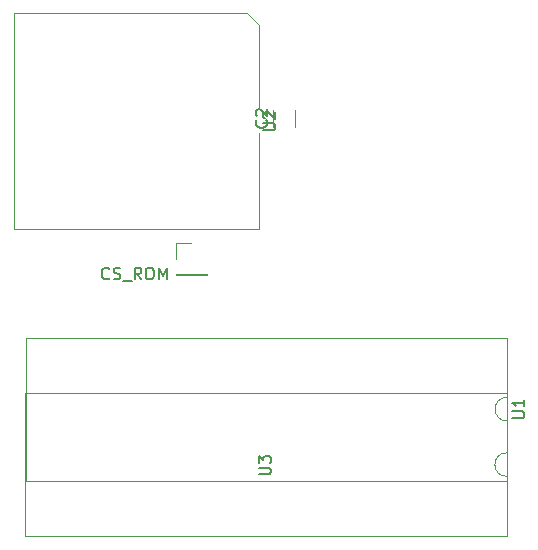
<source format=gbr>
%TF.GenerationSoftware,KiCad,Pcbnew,8.0.1-8.0.1-1~ubuntu22.04.1*%
%TF.CreationDate,2024-03-26T21:41:54+01:00*%
%TF.ProjectId,flash,666c6173-682e-46b6-9963-61645f706362,rev?*%
%TF.SameCoordinates,Original*%
%TF.FileFunction,Legend,Top*%
%TF.FilePolarity,Positive*%
%FSLAX46Y46*%
G04 Gerber Fmt 4.6, Leading zero omitted, Abs format (unit mm)*
G04 Created by KiCad (PCBNEW 8.0.1-8.0.1-1~ubuntu22.04.1) date 2024-03-26 21:41:54*
%MOMM*%
%LPD*%
G01*
G04 APERTURE LIST*
%ADD10C,0.150000*%
%ADD11C,0.120000*%
G04 APERTURE END LIST*
D10*
X220101619Y-168147904D02*
X220911142Y-168147904D01*
X220911142Y-168147904D02*
X221006380Y-168100285D01*
X221006380Y-168100285D02*
X221054000Y-168052666D01*
X221054000Y-168052666D02*
X221101619Y-167957428D01*
X221101619Y-167957428D02*
X221101619Y-167766952D01*
X221101619Y-167766952D02*
X221054000Y-167671714D01*
X221054000Y-167671714D02*
X221006380Y-167624095D01*
X221006380Y-167624095D02*
X220911142Y-167576476D01*
X220911142Y-167576476D02*
X220101619Y-167576476D01*
X220196857Y-167147904D02*
X220149238Y-167100285D01*
X220149238Y-167100285D02*
X220101619Y-167005047D01*
X220101619Y-167005047D02*
X220101619Y-166766952D01*
X220101619Y-166766952D02*
X220149238Y-166671714D01*
X220149238Y-166671714D02*
X220196857Y-166624095D01*
X220196857Y-166624095D02*
X220292095Y-166576476D01*
X220292095Y-166576476D02*
X220387333Y-166576476D01*
X220387333Y-166576476D02*
X220530190Y-166624095D01*
X220530190Y-166624095D02*
X221101619Y-167195523D01*
X221101619Y-167195523D02*
X221101619Y-166576476D01*
X241179819Y-192531904D02*
X241989342Y-192531904D01*
X241989342Y-192531904D02*
X242084580Y-192484285D01*
X242084580Y-192484285D02*
X242132200Y-192436666D01*
X242132200Y-192436666D02*
X242179819Y-192341428D01*
X242179819Y-192341428D02*
X242179819Y-192150952D01*
X242179819Y-192150952D02*
X242132200Y-192055714D01*
X242132200Y-192055714D02*
X242084580Y-192008095D01*
X242084580Y-192008095D02*
X241989342Y-191960476D01*
X241989342Y-191960476D02*
X241179819Y-191960476D01*
X242179819Y-190960476D02*
X242179819Y-191531904D01*
X242179819Y-191246190D02*
X241179819Y-191246190D01*
X241179819Y-191246190D02*
X241322676Y-191341428D01*
X241322676Y-191341428D02*
X241417914Y-191436666D01*
X241417914Y-191436666D02*
X241465533Y-191531904D01*
X219723619Y-197307104D02*
X220533142Y-197307104D01*
X220533142Y-197307104D02*
X220628380Y-197259485D01*
X220628380Y-197259485D02*
X220676000Y-197211866D01*
X220676000Y-197211866D02*
X220723619Y-197116628D01*
X220723619Y-197116628D02*
X220723619Y-196926152D01*
X220723619Y-196926152D02*
X220676000Y-196830914D01*
X220676000Y-196830914D02*
X220628380Y-196783295D01*
X220628380Y-196783295D02*
X220533142Y-196735676D01*
X220533142Y-196735676D02*
X219723619Y-196735676D01*
X219723619Y-196354723D02*
X219723619Y-195735676D01*
X219723619Y-195735676D02*
X220104571Y-196069009D01*
X220104571Y-196069009D02*
X220104571Y-195926152D01*
X220104571Y-195926152D02*
X220152190Y-195830914D01*
X220152190Y-195830914D02*
X220199809Y-195783295D01*
X220199809Y-195783295D02*
X220295047Y-195735676D01*
X220295047Y-195735676D02*
X220533142Y-195735676D01*
X220533142Y-195735676D02*
X220628380Y-195783295D01*
X220628380Y-195783295D02*
X220676000Y-195830914D01*
X220676000Y-195830914D02*
X220723619Y-195926152D01*
X220723619Y-195926152D02*
X220723619Y-196211866D01*
X220723619Y-196211866D02*
X220676000Y-196307104D01*
X220676000Y-196307104D02*
X220628380Y-196354723D01*
X207051542Y-180699580D02*
X207003923Y-180747200D01*
X207003923Y-180747200D02*
X206861066Y-180794819D01*
X206861066Y-180794819D02*
X206765828Y-180794819D01*
X206765828Y-180794819D02*
X206622971Y-180747200D01*
X206622971Y-180747200D02*
X206527733Y-180651961D01*
X206527733Y-180651961D02*
X206480114Y-180556723D01*
X206480114Y-180556723D02*
X206432495Y-180366247D01*
X206432495Y-180366247D02*
X206432495Y-180223390D01*
X206432495Y-180223390D02*
X206480114Y-180032914D01*
X206480114Y-180032914D02*
X206527733Y-179937676D01*
X206527733Y-179937676D02*
X206622971Y-179842438D01*
X206622971Y-179842438D02*
X206765828Y-179794819D01*
X206765828Y-179794819D02*
X206861066Y-179794819D01*
X206861066Y-179794819D02*
X207003923Y-179842438D01*
X207003923Y-179842438D02*
X207051542Y-179890057D01*
X207432495Y-180747200D02*
X207575352Y-180794819D01*
X207575352Y-180794819D02*
X207813447Y-180794819D01*
X207813447Y-180794819D02*
X207908685Y-180747200D01*
X207908685Y-180747200D02*
X207956304Y-180699580D01*
X207956304Y-180699580D02*
X208003923Y-180604342D01*
X208003923Y-180604342D02*
X208003923Y-180509104D01*
X208003923Y-180509104D02*
X207956304Y-180413866D01*
X207956304Y-180413866D02*
X207908685Y-180366247D01*
X207908685Y-180366247D02*
X207813447Y-180318628D01*
X207813447Y-180318628D02*
X207622971Y-180271009D01*
X207622971Y-180271009D02*
X207527733Y-180223390D01*
X207527733Y-180223390D02*
X207480114Y-180175771D01*
X207480114Y-180175771D02*
X207432495Y-180080533D01*
X207432495Y-180080533D02*
X207432495Y-179985295D01*
X207432495Y-179985295D02*
X207480114Y-179890057D01*
X207480114Y-179890057D02*
X207527733Y-179842438D01*
X207527733Y-179842438D02*
X207622971Y-179794819D01*
X207622971Y-179794819D02*
X207861066Y-179794819D01*
X207861066Y-179794819D02*
X208003923Y-179842438D01*
X208194400Y-180890057D02*
X208956304Y-180890057D01*
X209765828Y-180794819D02*
X209432495Y-180318628D01*
X209194400Y-180794819D02*
X209194400Y-179794819D01*
X209194400Y-179794819D02*
X209575352Y-179794819D01*
X209575352Y-179794819D02*
X209670590Y-179842438D01*
X209670590Y-179842438D02*
X209718209Y-179890057D01*
X209718209Y-179890057D02*
X209765828Y-179985295D01*
X209765828Y-179985295D02*
X209765828Y-180128152D01*
X209765828Y-180128152D02*
X209718209Y-180223390D01*
X209718209Y-180223390D02*
X209670590Y-180271009D01*
X209670590Y-180271009D02*
X209575352Y-180318628D01*
X209575352Y-180318628D02*
X209194400Y-180318628D01*
X210384876Y-179794819D02*
X210575352Y-179794819D01*
X210575352Y-179794819D02*
X210670590Y-179842438D01*
X210670590Y-179842438D02*
X210765828Y-179937676D01*
X210765828Y-179937676D02*
X210813447Y-180128152D01*
X210813447Y-180128152D02*
X210813447Y-180461485D01*
X210813447Y-180461485D02*
X210765828Y-180651961D01*
X210765828Y-180651961D02*
X210670590Y-180747200D01*
X210670590Y-180747200D02*
X210575352Y-180794819D01*
X210575352Y-180794819D02*
X210384876Y-180794819D01*
X210384876Y-180794819D02*
X210289638Y-180747200D01*
X210289638Y-180747200D02*
X210194400Y-180651961D01*
X210194400Y-180651961D02*
X210146781Y-180461485D01*
X210146781Y-180461485D02*
X210146781Y-180128152D01*
X210146781Y-180128152D02*
X210194400Y-179937676D01*
X210194400Y-179937676D02*
X210289638Y-179842438D01*
X210289638Y-179842438D02*
X210384876Y-179794819D01*
X211242019Y-180794819D02*
X211242019Y-179794819D01*
X211242019Y-179794819D02*
X211575352Y-180509104D01*
X211575352Y-180509104D02*
X211908685Y-179794819D01*
X211908685Y-179794819D02*
X211908685Y-180794819D01*
X220353180Y-167310966D02*
X220400800Y-167358585D01*
X220400800Y-167358585D02*
X220448419Y-167501442D01*
X220448419Y-167501442D02*
X220448419Y-167596680D01*
X220448419Y-167596680D02*
X220400800Y-167739537D01*
X220400800Y-167739537D02*
X220305561Y-167834775D01*
X220305561Y-167834775D02*
X220210323Y-167882394D01*
X220210323Y-167882394D02*
X220019847Y-167930013D01*
X220019847Y-167930013D02*
X219876990Y-167930013D01*
X219876990Y-167930013D02*
X219686514Y-167882394D01*
X219686514Y-167882394D02*
X219591276Y-167834775D01*
X219591276Y-167834775D02*
X219496038Y-167739537D01*
X219496038Y-167739537D02*
X219448419Y-167596680D01*
X219448419Y-167596680D02*
X219448419Y-167501442D01*
X219448419Y-167501442D02*
X219496038Y-167358585D01*
X219496038Y-167358585D02*
X219543657Y-167310966D01*
X219543657Y-166930013D02*
X219496038Y-166882394D01*
X219496038Y-166882394D02*
X219448419Y-166787156D01*
X219448419Y-166787156D02*
X219448419Y-166549061D01*
X219448419Y-166549061D02*
X219496038Y-166453823D01*
X219496038Y-166453823D02*
X219543657Y-166406204D01*
X219543657Y-166406204D02*
X219638895Y-166358585D01*
X219638895Y-166358585D02*
X219734133Y-166358585D01*
X219734133Y-166358585D02*
X219876990Y-166406204D01*
X219876990Y-166406204D02*
X220448419Y-166977632D01*
X220448419Y-166977632D02*
X220448419Y-166358585D01*
D11*
%TO.C,U2*%
X198946800Y-158261000D02*
X198946800Y-176511000D01*
X198946800Y-176511000D02*
X219746800Y-176511000D01*
X218746800Y-158261000D02*
X198946800Y-158261000D01*
X219746800Y-159261000D02*
X218746800Y-158261000D01*
X219746800Y-166386000D02*
X219746800Y-159261000D01*
X219746800Y-176511000D02*
X219746800Y-168386000D01*
%TO.C,U1*%
X199965000Y-185710000D02*
X199965000Y-197830000D01*
X199965000Y-197830000D02*
X240725000Y-197830000D01*
X240725000Y-185710000D02*
X199965000Y-185710000D01*
X240725000Y-190770000D02*
X240725000Y-185710000D01*
X240725000Y-197830000D02*
X240725000Y-192770000D01*
X240725000Y-192770000D02*
G75*
G02*
X240725000Y-190770000I0J1000000D01*
G01*
%TO.C,U3*%
X240699600Y-197470000D02*
G75*
G02*
X240699600Y-195470000I0J1000000D01*
G01*
X240699600Y-202530000D02*
X240699600Y-197470000D01*
X240699600Y-195470000D02*
X240699600Y-190410000D01*
X240699600Y-190410000D02*
X199939600Y-190410000D01*
X199939600Y-202530000D02*
X240699600Y-202530000D01*
X199939600Y-190410000D02*
X199939600Y-202530000D01*
%TO.C,CS_ROM*%
X212665000Y-177740000D02*
X213995000Y-177740000D01*
X212665000Y-179070000D02*
X212665000Y-177740000D01*
X212665000Y-180340000D02*
X212665000Y-180400000D01*
X212665000Y-180340000D02*
X215325000Y-180340000D01*
X212665000Y-180400000D02*
X215325000Y-180400000D01*
X215325000Y-180340000D02*
X215325000Y-180400000D01*
%TO.C,C2*%
X222753600Y-167855552D02*
X222753600Y-166433048D01*
X220933600Y-167855552D02*
X220933600Y-166433048D01*
%TD*%
M02*

</source>
